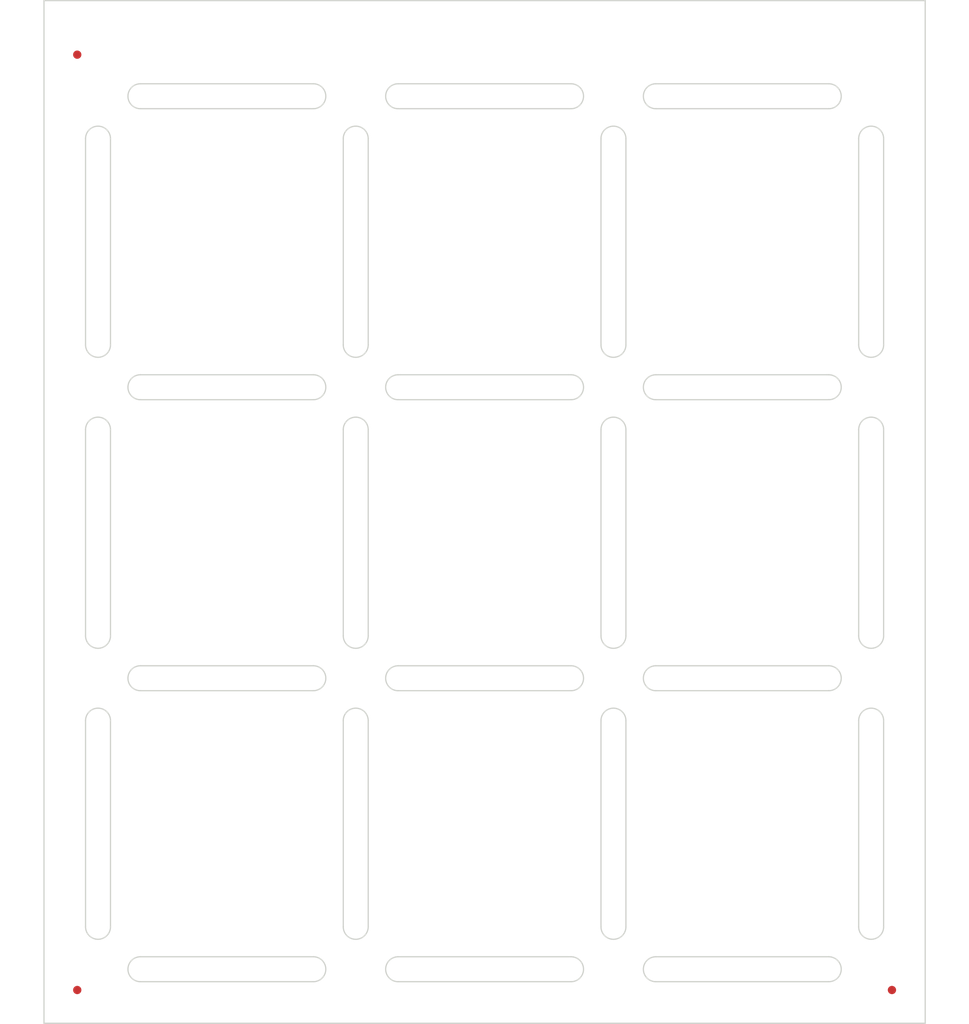
<source format=kicad_pcb>
(kicad_pcb (version 20211014) (generator pcbnew)
  (layers (0 "F.Cu" signal) (31 "B.Cu" signal) (34 "B.Paste" user) (35 "F.Paste" user) (36 "B.SilkS" user "B.Silkscreen") (37 "F.SilkS" user "F.Silkscreen") (38 "B.Mask" user) (39 "F.Mask" user) (44 "Edge.Cuts" user))
  (net 0 "")
  (footprint "Panelization:0.5mm-NPTH-Drill" (layer "F.Cu") (at 202.25 42.8)
    (fp_text reference "" (at 0 0) (layer "F.SilkS") (effects (font (size 1.27 1.27))))
    (fp_text value "" (at 0 0) (layer "F.SilkS") (effects (font (size 1.27 1.27))))
    (pad "" np_thru_hole circle locked (at 0 0) (size 0.5 0.5) (drill 0.5) (layers *.Cu *.Mask))
  )
  (footprint "Panelization:0.5mm-NPTH-Drill" (layer "F.Cu") (at 205.25 145.2)
    (fp_text reference "" (at 0 0) (layer "F.SilkS") (effects (font (size 1.27 1.27))))
    (fp_text value "" (at 0 0) (layer "F.SilkS") (effects (font (size 1.27 1.27))))
    (pad "" np_thru_hole circle locked (at 0 0) (size 0.5 0.5) (drill 0.5) (layers *.Cu *.Mask))
  )
  (footprint "Panelization:mouse-bite-3mm-slot-corner" (layer "F.Cu") (at 106.5 41.5 -90)
    (fp_text reference "" (at 0 0 -90) (layer "F.SilkS") (effects (font (size 1.27 1.27))))
    (fp_text value "" (at 0 0 -90) (layer "F.SilkS") (effects (font (size 1.27 1.27))))
    (pad "" np_thru_hole circle locked (at 1.3 -0.55) (size 0.5 0.5) (drill 0.5) (layers *.Cu *.Mask))
    (pad "" np_thru_hole circle locked (at 1.3 -2.65) (size 0.5 0.5) (drill 0.5) (layers *.Cu *.Mask))
    (pad "" np_thru_hole circle locked (at 3.4 -1.3) (size 0.5 0.5) (drill 0.5) (layers *.Cu *.Mask))
    (pad "" np_thru_hole circle locked (at -0.2 -1.3) (size 0.5 0.5) (drill 0.5) (layers *.Cu *.Mask))
    (pad "" np_thru_hole circle locked (at 1.9 -1.3) (size 0.5 0.5) (drill 0.5) (layers *.Cu *.Mask))
    (pad "" np_thru_hole circle locked (at 1.3 -3.4) (size 0.5 0.5) (drill 0.5) (layers *.Cu *.Mask))
    (pad "" np_thru_hole circle locked (at 1.3 0.2) (size 0.5 0.5) (drill 0.5) (layers *.Cu *.Mask))
    (pad "" np_thru_hole circle locked (at 1.3 -1.9) (size 0.5 0.5) (drill 0.5) (layers *.Cu *.Mask))
    (pad "" np_thru_hole circle locked (at 0.55 -1.3) (size 0.5 0.5) (drill 0.5) (layers *.Cu *.Mask))
    (pad "" np_thru_hole circle locked (at 2.65 -1.3) (size 0.5 0.5) (drill 0.5) (layers *.Cu *.Mask))
    (pad "" np_thru_hole circle locked (at -0.95 -1.3) (size 0.5 0.5) (drill 0.5) (layers *.Cu *.Mask))
    (pad "" np_thru_hole circle locked (at 1.3 0.95) (size 0.5 0.5) (drill 0.5) (layers *.Cu *.Mask))
  )
  (footprint "Panelization:0.5mm-NPTH-Drill" (layer "F.Cu") (at 201.5 42.8)
    (fp_text reference "" (at 0 0) (layer "F.SilkS") (effects (font (size 1.27 1.27))))
    (fp_text value "" (at 0 0) (layer "F.SilkS") (effects (font (size 1.27 1.27))))
    (pad "" np_thru_hole circle locked (at 0 0) (size 0.5 0.5) (drill 0.5) (layers *.Cu *.Mask))
  )
  (footprint "Panelization:0.5mm-NPTH-Drill" (layer "F.Cu") (at 104.5 145.2)
    (fp_text reference "" (at 0 0) (layer "F.SilkS") (effects (font (size 1.27 1.27))))
    (fp_text value "" (at 0 0) (layer "F.SilkS") (effects (font (size 1.27 1.27))))
    (pad "" np_thru_hole circle locked (at 0 0) (size 0.5 0.5) (drill 0.5) (layers *.Cu *.Mask))
  )
  (footprint "Panelization:0.5mm-NPTH-Drill" (layer "F.Cu") (at 100.75 145.2)
    (fp_text reference "" (at 0 0) (layer "F.SilkS") (effects (font (size 1.27 1.27))))
    (fp_text value "" (at 0 0) (layer "F.SilkS") (effects (font (size 1.27 1.27))))
    (pad "" np_thru_hole circle locked (at 0 0) (size 0.5 0.5) (drill 0.5) (layers *.Cu *.Mask))
  )
  (footprint "Panelization:0.5mm-NPTH-Drill" (layer "F.Cu") (at 205.25 42.8)
    (fp_text reference "" (at 0 0) (layer "F.SilkS") (effects (font (size 1.27 1.27))))
    (fp_text value "" (at 0 0) (layer "F.SilkS") (effects (font (size 1.27 1.27))))
    (pad "" np_thru_hole circle locked (at 0 0) (size 0.5 0.5) (drill 0.5) (layers *.Cu *.Mask))
  )
  (footprint "Panelization:mouse-bite-3mm-slot-3way" (layer "F.Cu") (at 168.5 41.5 -90)
    (fp_text reference "" (at 0 0 -90) (layer "F.SilkS") (effects (font (size 1.27 1.27))))
    (fp_text value "" (at 0 0 -90) (layer "F.SilkS") (effects (font (size 1.27 1.27))))
    (pad "" np_thru_hole circle locked (at 1.3 -1.9) (size 0.5 0.5) (drill 0.5) (layers *.Cu *.Mask))
    (pad "" np_thru_hole circle locked (at 1.3 -3.4) (size 0.5 0.5) (drill 0.5) (layers *.Cu *.Mask))
    (pad "" np_thru_hole circle locked (at 3.4 1.3) (size 0.5 0.5) (drill 0.5) (layers *.Cu *.Mask))
    (pad "" np_thru_hole circle locked (at 2.65 -1.3) (size 0.5 0.5) (drill 0.5) (layers *.Cu *.Mask))
    (pad "" np_thru_hole circle locked (at 1.3 2.65) (size 0.5 0.5) (drill 0.5) (layers *.Cu *.Mask))
    (pad "" np_thru_hole circle locked (at 1.3 1.9) (size 0.5 0.5) (drill 0.5) (layers *.Cu *.Mask))
    (pad "" np_thru_hole circle locked (at 3.4 -1.3) (size 0.5 0.5) (drill 0.5) (layers *.Cu *.Mask))
    (pad "" np_thru_hole circle locked (at 2.65 1.3) (size 0.5 0.5) (drill 0.5) (layers *.Cu *.Mask))
    (pad "" np_thru_hole circle locked (at 1.9 -1.3) (size 0.5 0.5) (drill 0.5) (layers *.Cu *.Mask))
    (pad "" np_thru_hole circle locked (at 1.3 3.4) (size 0.5 0.5) (drill 0.5) (layers *.Cu *.Mask))
    (pad "" np_thru_hole circle locked (at 1.9 1.3) (size 0.5 0.5) (drill 0.5) (layers *.Cu *.Mask))
    (pad "" np_thru_hole circle locked (at 1.3 0) (size 0.5 0.5) (drill 0.5) (layers *.Cu *.Mask))
    (pad "" np_thru_hole circle locked (at 1.3 -2.65) (size 0.5 0.5) (drill 0.5) (layers *.Cu *.Mask))
  )
  (footprint "Fiducial:Fiducial_1mm_Mask2mm" (layer "F.Cu") (at 104 36.5)
    (fp_text reference "" (at 0 0) (layer "F.SilkS") (effects (font (size 1.27 1.27))))
    (fp_text value "Fiducial_1mm_Mask2mm")
    (pad "" smd circle locked (at 0 0) (size 1 1) (layers "F.Cu" "F.Mask") (clearance 0.5))
  )
  (footprint "Panelization:0.5mm-NPTH-Drill" (layer "F.Cu") (at 204.5 42.8)
    (fp_text reference "" (at 0 0) (layer "F.SilkS") (effects (font (size 1.27 1.27))))
    (fp_text value "" (at 0 0) (layer "F.SilkS") (effects (font (size 1.27 1.27))))
    (pad "" np_thru_hole circle locked (at 0 0) (size 0.5 0.5) (drill 0.5) (layers *.Cu *.Mask))
  )
  (footprint "Panelization:0.5mm-NPTH-Drill" (layer "F.Cu") (at 102.25 42.8)
    (fp_text reference "" (at 0 0) (layer "F.SilkS") (effects (font (size 1.27 1.27))))
    (fp_text value "" (at 0 0) (layer "F.SilkS") (effects (font (size 1.27 1.27))))
    (pad "" np_thru_hole circle locked (at 0 0) (size 0.5 0.5) (drill 0.5) (layers *.Cu *.Mask))
  )
  (footprint "Panelization:mouse-bite-3mm-slot-corner" (layer "F.Cu") (at 199.5 146.5 90)
    (fp_text reference "" (at 0 0 90) (layer "F.SilkS") (effects (font (size 1.27 1.27))))
    (fp_text value "" (at 0 0 90) (layer "F.SilkS") (effects (font (size 1.27 1.27))))
    (pad "" np_thru_hole circle locked (at -0.95 -1.3) (size 0.5 0.5) (drill 0.5) (layers *.Cu *.Mask))
    (pad "" np_thru_hole circle locked (at 1.3 0.95) (size 0.5 0.5) (drill 0.5) (layers *.Cu *.Mask))
    (pad "" np_thru_hole circle locked (at 1.3 -2.65) (size 0.5 0.5) (drill 0.5) (layers *.Cu *.Mask))
    (pad "" np_thru_hole circle locked (at 1.3 0.2) (size 0.5 0.5) (drill 0.5) (layers *.Cu *.Mask))
    (pad "" np_thru_hole circle locked (at 1.3 -3.4) (size 0.5 0.5) (drill 0.5) (layers *.Cu *.Mask))
    (pad "" np_thru_hole circle locked (at -0.2 -1.3) (size 0.5 0.5) (drill 0.5) (layers *.Cu *.Mask))
    (pad "" np_thru_hole circle locked (at 1.3 -1.9) (size 0.5 0.5) (drill 0.5) (layers *.Cu *.Mask))
    (pad "" np_thru_hole circle locked (at 0.55 -1.3) (size 0.5 0.5) (drill 0.5) (layers *.Cu *.Mask))
    (pad "" np_thru_hole circle locked (at 1.3 -0.55) (size 0.5 0.5) (drill 0.5) (layers *.Cu *.Mask))
    (pad "" np_thru_hole circle locked (at 3.4 -1.3) (size 0.5 0.5) (drill 0.5) (layers *.Cu *.Mask))
    (pad "" np_thru_hole circle locked (at 1.9 -1.3) (size 0.5 0.5) (drill 0.5) (layers *.Cu *.Mask))
    (pad "" np_thru_hole circle locked (at 2.65 -1.3) (size 0.5 0.5) (drill 0.5) (layers *.Cu *.Mask))
  )
  (footprint "Panelization:0.5mm-NPTH-Drill" (layer "F.Cu") (at 203.75 145.2)
    (fp_text reference "" (at 0 0) (layer "F.SilkS") (effects (font (size 1.27 1.27))))
    (fp_text value "" (at 0 0) (layer "F.SilkS") (effects (font (size 1.27 1.27))))
    (pad "" np_thru_hole circle locked (at 0 0) (size 0.5 0.5) (drill 0.5) (layers *.Cu *.Mask))
  )
  (footprint "Panelization:mouse-bite-3mm-slot-4way" (layer "F.Cu") (at 137.5 76.5)
    (fp_text reference "" (at 0 0) (layer "F.SilkS") (effects (font (size 1.27 1.27))))
    (fp_text value "" (at 0 0) (layer "F.SilkS") (effects (font (size 1.27 1.27))))
    (pad "" np_thru_hole circle locked (at 1.3 0) (size 0.5 0.5) (drill 0.5) (layers *.Cu *.Mask))
    (pad "" np_thru_hole circle locked (at 1.9 -1.3) (size 0.5 0.5) (drill 0.5) (layers *.Cu *.Mask))
    (pad "" np_thru_hole circle locked (at -1.3 1.9) (size 0.5 0.5) (drill 0.5) (layers *.Cu *.Mask))
    (pad "" np_thru_hole circle locked (at 1.3 -1.9) (size 0.5 0.5) (drill 0.5) (layers *.Cu *.Mask))
    (pad "" np_thru_hole circle locked (at -1.9 1.3) (size 0.5 0.5) (drill 0.5) (layers *.Cu *.Mask))
    (pad "" np_thru_hole circle locked (at -1.3 -1.9) (size 0.5 0.5) (drill 0.5) (layers *.Cu *.Mask))
    (pad "" np_thru_hole circle locked (at 1.3 -2.65) (size 0.5 0.5) (drill 0.5) (layers *.Cu *.Mask))
    (pad "" np_thru_hole circle locked (at 1.3 -3.4) (size 0.5 0.5) (drill 0.5) (layers *.Cu *.Mask))
    (pad "" np_thru_hole circle locked (at 3.4 -1.3) (size 0.5 0.5) (drill 0.5) (layers *.Cu *.Mask))
    (pad "" np_thru_hole circle locked (at -2.65 1.3) (size 0.5 0.5) (drill 0.5) (layers *.Cu *.Mask))
    (pad "" np_thru_hole circle locked (at 3.4 1.3) (size 0.5 0.5) (drill 0.5) (layers *.Cu *.Mask))
    (pad "" np_thru_hole circle locked (at 1.3 2.65) (size 0.5 0.5) (drill 0.5) (layers *.Cu *.Mask))
    (pad "" np_thru_hole circle locked (at -1.3 -2.65) (size 0.5 0.5) (drill 0.5) (layers *.Cu *.Mask))
    (pad "" np_thru_hole circle locked (at -1.3 3.4) (size 0.5 0.5) (drill 0.5) (layers *.Cu *.Mask))
    (pad "" np_thru_hole circle locked (at -3.4 -1.3) (size 0.5 0.5) (drill 0.5) (layers *.Cu *.Mask))
    (pad "" np_thru_hole circle locked (at -1.3 0) (size 0.5 0.5) (drill 0.5) (layers *.Cu *.Mask))
    (pad "" np_thru_hole circle locked (at 1.3 3.4) (size 0.5 0.5) (drill 0.5) (layers *.Cu *.Mask))
    (pad "" np_thru_hole circle locked (at -2.65 -1.3) (size 0.5 0.5) (drill 0.5) (layers *.Cu *.Mask))
    (pad "" np_thru_hole circle locked (at 2.65 1.3) (size 0.5 0.5) (drill 0.5) (layers *.Cu *.Mask))
    (pad "" np_thru_hole circle locked (at 1.3 1.9) (size 0.5 0.5) (drill 0.5) (layers *.Cu *.Mask))
    (pad "" np_thru_hole circle locked (at -3.4 1.3) (size 0.5 0.5) (drill 0.5) (layers *.Cu *.Mask))
    (pad "" np_thru_hole circle locked (at -1.3 -3.4) (size 0.5 0.5) (drill 0.5) (layers *.Cu *.Mask))
    (pad "" np_thru_hole circle locked (at -1.9 -1.3) (size 0.5 0.5) (drill 0.5) (layers *.Cu *.Mask))
    (pad "" np_thru_hole circle locked (at 1.9 1.3) (size 0.5 0.5) (drill 0.5) (layers *.Cu *.Mask))
    (pad "" np_thru_hole circle locked (at 2.65 -1.3) (size 0.5 0.5) (drill 0.5) (layers *.Cu *.Mask))
    (pad "" np_thru_hole circle locked (at -1.3 2.65) (size 0.5 0.5) (drill 0.5) (layers *.Cu *.Mask))
  )
  (footprint "Panelization:0.5mm-NPTH-Drill" (layer "F.Cu") (at 203 42.8)
    (fp_text reference "" (at 0 0) (layer "F.SilkS") (effects (font (size 1.27 1.27))))
    (fp_text value "" (at 0 0) (layer "F.SilkS") (effects (font (size 1.27 1.27))))
    (pad "" np_thru_hole circle locked (at 0 0) (size 0.5 0.5) (drill 0.5) (layers *.Cu *.Mask))
  )
  (footprint "Panelization:mouse-bite-3mm-slot-3way" (layer "F.Cu") (at 106.5 76.5)
    (fp_text reference "" (at 0 0) (layer "F.SilkS") (effects (font (size 1.27 1.27))))
    (fp_text value "" (at 0 0) (layer "F.SilkS") (effects (font (size 1.27 1.27))))
    (pad "" np_thru_hole circle locked (at 1.3 1.9) (size 0.5 0.5) (drill 0.5) (layers *.Cu *.Mask))
    (pad "" np_thru_hole circle locked (at 1.9 1.3) (size 0.5 0.5) (drill 0.5) (layers *.Cu *.Mask))
    (pad "" np_thru_hole circle locked (at 1.3 -1.9) (size 0.5 0.5) (drill 0.5) (layers *.Cu *.Mask))
    (pad "" np_thru_hole circle locked (at 2.65 1.3) (size 0.5 0.5) (drill 0.5) (layers *.Cu *.Mask))
    (pad "" np_thru_hole circle locked (at 3.4 -1.3) (size 0.5 0.5) (drill 0.5) (layers *.Cu *.Mask))
    (pad "" np_thru_hole circle locked (at 1.3 0) (size 0.5 0.5) (drill 0.5) (layers *.Cu *.Mask))
    (pad "" np_thru_hole circle locked (at 1.9 -1.3) (size 0.5 0.5) (drill 0.5) (layers *.Cu *.Mask))
    (pad "" np_thru_hole circle locked (at 1.3 -2.65) (size 0.5 0.5) (drill 0.5) (layers *.Cu *.Mask))
    (pad "" np_thru_hole circle locked (at 1.3 3.4) (size 0.5 0.5) (drill 0.5) (layers *.Cu *.Mask))
    (pad "" np_thru_hole circle locked (at 1.3 2.65) (size 0.5 0.5) (drill 0.5) (layers *.Cu *.Mask))
    (pad "" np_thru_hole circle locked (at 1.3 -3.4) (size 0.5 0.5) (drill 0.5) (layers *.Cu *.Mask))
    (pad "" np_thru_hole circle locked (at 3.4 1.3) (size 0.5 0.5) (drill 0.5) (layers *.Cu *.Mask))
    (pad "" np_thru_hole circle locked (at 2.65 -1.3) (size 0.5 0.5) (drill 0.5) (layers *.Cu *.Mask))
  )
  (footprint "Panelization:0.5mm-NPTH-Drill" (layer "F.Cu") (at 103 145.2)
    (fp_text reference "" (at 0 0) (layer "F.SilkS") (effects (font (size 1.27 1.27))))
    (fp_text value "" (at 0 0) (layer "F.SilkS") (effects (font (size 1.27 1.27))))
    (pad "" np_thru_hole circle locked (at 0 0) (size 0.5 0.5) (drill 0.5) (layers *.Cu *.Mask))
  )
  (footprint "Panelization:0.5mm-NPTH-Drill" (layer "F.Cu") (at 201.5 145.2)
    (fp_text reference "" (at 0 0) (layer "F.SilkS") (effects (font (size 1.27 1.27))))
    (fp_text value "" (at 0 0) (layer "F.SilkS") (effects (font (size 1.27 1.27))))
    (pad "" np_thru_hole circle locked (at 0 0) (size 0.5 0.5) (drill 0.5) (layers *.Cu *.Mask))
  )
  (footprint "Fiducial:Fiducial_1mm_Mask2mm" (layer "F.Cu") (at 202 149)
    (fp_text reference "" (at 0 0) (layer "F.SilkS") (effects (font (size 1.27 1.27))))
    (fp_text value "Fiducial_1mm_Mask2mm")
    (pad "" smd circle locked (at 0 0) (size 1 1) (layers "F.Cu" "F.Mask") (clearance 0.5))
  )
  (footprint "Panelization:mouse-bite-3mm-slot-4way" (layer "F.Cu") (at 137.5 111.5)
    (fp_text reference "" (at 0 0) (layer "F.SilkS") (effects (font (size 1.27 1.27))))
    (fp_text value "" (at 0 0) (layer "F.SilkS") (effects (font (size 1.27 1.27))))
    (pad "" np_thru_hole circle locked (at 1.3 -2.65) (size 0.5 0.5) (drill 0.5) (layers *.Cu *.Mask))
    (pad "" np_thru_hole circle locked (at -2.65 1.3) (size 0.5 0.5) (drill 0.5) (layers *.Cu *.Mask))
    (pad "" np_thru_hole circle locked (at 2.65 -1.3) (size 0.5 0.5) (drill 0.5) (layers *.Cu *.Mask))
    (pad "" np_thru_hole circle locked (at -2.65 -1.3) (size 0.5 0.5) (drill 0.5) (layers *.Cu *.Mask))
    (pad "" np_thru_hole circle locked (at -1.3 -1.9) (size 0.5 0.5) (drill 0.5) (layers *.Cu *.Mask))
    (pad "" np_thru_hole circle locked (at -1.3 3.4) (size 0.5 0.5) (drill 0.5) (layers *.Cu *.Mask))
    (pad "" np_thru_hole circle locked (at -1.3 0) (size 0.5 0.5) (drill 0.5) (layers *.Cu *.Mask))
    (pad "" np_thru_hole circle locked (at -3.4 1.3) (size 0.5 0.5) (drill 0.5) (layers *.Cu *.Mask))
    (pad "" np_thru_hole circle locked (at 1.9 1.3) (size 0.5 0.5) (drill 0.5) (layers *.Cu *.Mask))
    (pad "" np_thru_hole circle locked (at 1.3 0) (size 0.5 0.5) (drill 0.5) (layers *.Cu *.Mask))
    (pad "" np_thru_hole circle locked (at 2.65 1.3) (size 0.5 0.5) (drill 0.5) (layers *.Cu *.Mask))
    (pad "" np_thru_hole circle locked (at 1.3 -3.4) (size 0.5 0.5) (drill 0.5) (layers *.Cu *.Mask))
    (pad "" np_thru_hole circle locked (at 3.4 1.3) (size 0.5 0.5) (drill 0.5) (layers *.Cu *.Mask))
    (pad "" np_thru_hole circle locked (at -1.3 1.9) (size 0.5 0.5) (drill 0.5) (layers *.Cu *.Mask))
    (pad "" np_thru_hole circle locked (at -1.9 -1.3) (size 0.5 0.5) (drill 0.5) (layers *.Cu *.Mask))
    (pad "" np_thru_hole circle locked (at -1.3 -2.65) (size 0.5 0.5) (drill 0.5) (layers *.Cu *.Mask))
    (pad "" np_thru_hole circle locked (at -1.9 1.3) (size 0.5 0.5) (drill 0.5) (layers *.Cu *.Mask))
    (pad "" np_thru_hole circle locked (at -3.4 -1.3) (size 0.5 0.5) (drill 0.5) (layers *.Cu *.Mask))
    (pad "" np_thru_hole circle locked (at 3.4 -1.3) (size 0.5 0.5) (drill 0.5) (layers *.Cu *.Mask))
    (pad "" np_thru_hole circle locked (at 1.3 3.4) (size 0.5 0.5) (drill 0.5) (layers *.Cu *.Mask))
    (pad "" np_thru_hole circle locked (at 1.3 1.9) (size 0.5 0.5) (drill 0.5) (layers *.Cu *.Mask))
    (pad "" np_thru_hole circle locked (at -1.3 -3.4) (size 0.5 0.5) (drill 0.5) (layers *.Cu *.Mask))
    (pad "" np_thru_hole circle locked (at 1.9 -1.3) (size 0.5 0.5) (drill 0.5) (layers *.Cu *.Mask))
    (pad "" np_thru_hole circle locked (at 1.3 -1.9) (size 0.5 0.5) (drill 0.5) (layers *.Cu *.Mask))
    (pad "" np_thru_hole circle locked (at 1.3 2.65) (size 0.5 0.5) (drill 0.5) (layers *.Cu *.Mask))
    (pad "" np_thru_hole circle locked (at -1.3 2.65) (size 0.5 0.5) (drill 0.5) (layers *.Cu *.Mask))
  )
  (footprint "Panelization:0.5mm-NPTH-Drill" (layer "F.Cu") (at 101.5 42.8)
    (fp_text reference "" (at 0 0) (layer "F.SilkS") (effects (font (size 1.27 1.27))))
    (fp_text value "" (at 0 0) (layer "F.SilkS") (effects (font (size 1.27 1.27))))
    (pad "" np_thru_hole circle locked (at 0 0) (size 0.5 0.5) (drill 0.5) (layers *.Cu *.Mask))
  )
  (footprint "Panelization:mouse-bite-3mm-slot-3way" (layer "F.Cu") (at 168.5 146.5 90)
    (fp_text reference "" (at 0 0 90) (layer "F.SilkS") (effects (font (size 1.27 1.27))))
    (fp_text value "" (at 0 0 90) (layer "F.SilkS") (effects (font (size 1.27 1.27))))
    (pad "" np_thru_hole circle locked (at 1.3 -1.9) (size 0.5 0.5) (drill 0.5) (layers *.Cu *.Mask))
    (pad "" np_thru_hole circle locked (at 1.9 -1.3) (size 0.5 0.5) (drill 0.5) (layers *.Cu *.Mask))
    (pad "" np_thru_hole circle locked (at 3.4 -1.3) (size 0.5 0.5) (drill 0.5) (layers *.Cu *.Mask))
    (pad "" np_thru_hole circle locked (at 1.3 -3.4) (size 0.5 0.5) (drill 0.5) (layers *.Cu *.Mask))
    (pad "" np_thru_hole circle locked (at 2.65 1.3) (size 0.5 0.5) (drill 0.5) (layers *.Cu *.Mask))
    (pad "" np_thru_hole circle locked (at 1.3 2.65) (size 0.5 0.5) (drill 0.5) (layers *.Cu *.Mask))
    (pad "" np_thru_hole circle locked (at 1.3 3.4) (size 0.5 0.5) (drill 0.5) (layers *.Cu *.Mask))
    (pad "" np_thru_hole circle locked (at 2.65 -1.3) (size 0.5 0.5) (drill 0.5) (layers *.Cu *.Mask))
    (pad "" np_thru_hole circle locked (at 1.3 1.9) (size 0.5 0.5) (drill 0.5) (layers *.Cu *.Mask))
    (pad "" np_thru_hole circle locked (at 3.4 1.3) (size 0.5 0.5) (drill 0.5) (layers *.Cu *.Mask))
    (pad "" np_thru_hole circle locked (at 1.3 0) (size 0.5 0.5) (drill 0.5) (layers *.Cu *.Mask))
    (pad "" np_thru_hole circle locked (at 1.3 -2.65) (size 0.5 0.5) (drill 0.5) (layers *.Cu *.Mask))
    (pad "" np_thru_hole circle locked (at 1.9 1.3) (size 0.5 0.5) (drill 0.5) (layers *.Cu *.Mask))
  )
  (footprint "Panelization:0.5mm-NPTH-Drill" (layer "F.Cu") (at 204.5 145.2)
    (fp_text reference "" (at 0 0) (layer "F.SilkS") (effects (font (size 1.27 1.27))))
    (fp_text value "" (at 0 0) (layer "F.SilkS") (effects (font (size 1.27 1.27))))
    (pad "" np_thru_hole circle locked (at 0 0) (size 0.5 0.5) (drill 0.5) (layers *.Cu *.Mask))
  )
  (footprint "Panelization:0.5mm-NPTH-Drill" (layer "F.Cu") (at 102.25 145.2)
    (fp_text reference "" (at 0 0) (layer "F.SilkS") (effects (font (size 1.27 1.27))))
    (fp_text value "" (at 0 0) (layer "F.SilkS") (effects (font (size 1.27 1.27))))
    (pad "" np_thru_hole circle locked (at 0 0) (size 0.5 0.5) (drill 0.5) (layers *.Cu *.Mask))
  )
  (footprint "Panelization:mouse-bite-3mm-slot-3way" (layer "F.Cu") (at 137.5 41.5 -90)
    (fp_text reference "" (at 0 0 -90) (layer "F.SilkS") (effects (font (size 1.27 1.27))))
    (fp_text value "" (at 0 0 -90) (layer "F.SilkS") (effects (font (size 1.27 1.27))))
    (pad "" np_thru_hole circle locked (at 1.9 -1.3) (size 0.5 0.5) (drill 0.5) (layers *.Cu *.Mask))
    (pad "" np_thru_hole circle locked (at 1.3 0) (size 0.5 0.5) (drill 0.5) (layers *.Cu *.Mask))
    (pad "" np_thru_hole circle locked (at 1.3 -3.4) (size 0.5 0.5) (drill 0.5) (layers *.Cu *.Mask))
    (pad "" np_thru_hole circle locked (at 1.3 2.65) (size 0.5 0.5) (drill 0.5) (layers *.Cu *.Mask))
    (pad "" np_thru_hole circle locked (at 1.9 1.3) (size 0.5 0.5) (drill 0.5) (layers *.Cu *.Mask))
    (pad "" np_thru_hole circle locked (at 1.3 1.9) (size 0.5 0.5) (drill 0.5) (layers *.Cu *.Mask))
    (pad "" np_thru_hole circle locked (at 2.65 1.3) (size 0.5 0.5) (drill 0.5) (layers *.Cu *.Mask))
    (pad "" np_thru_hole circle locked (at 1.3 -1.9) (size 0.5 0.5) (drill 0.5) (layers *.Cu *.Mask))
    (pad "" np_thru_hole circle locked (at 2.65 -1.3) (size 0.5 0.5) (drill 0.5) (layers *.Cu *.Mask))
    (pad "" np_thru_hole circle locked (at 3.4 1.3) (size 0.5 0.5) (drill 0.5) (layers *.Cu *.Mask))
    (pad "" np_thru_hole circle locked (at 1.3 -2.65) (size 0.5 0.5) (drill 0.5) (layers *.Cu *.Mask))
    (pad "" np_thru_hole circle locked (at 3.4 -1.3) (size 0.5 0.5) (drill 0.5) (layers *.Cu *.Mask))
    (pad "" np_thru_hole circle locked (at 1.3 3.4) (size 0.5 0.5) (drill 0.5) (layers *.Cu *.Mask))
  )
  (footprint "Panelization:0.5mm-NPTH-Drill" (layer "F.Cu") (at 203.75 42.8)
    (fp_text reference "" (at 0 0) (layer "F.SilkS") (effects (font (size 1.27 1.27))))
    (fp_text value "" (at 0 0) (layer "F.SilkS") (effects (font (size 1.27 1.27))))
    (pad "" np_thru_hole circle locked (at 0 0) (size 0.5 0.5) (drill 0.5) (layers *.Cu *.Mask))
  )
  (footprint "Panelization:mouse-bite-3mm-slot-3way" (layer "F.Cu") (at 137.5 146.5 90)
    (fp_text reference "" (at 0 0 90) (layer "F.SilkS") (effects (font (size 1.27 1.27))))
    (fp_text value "" (at 0 0 90) (layer "F.SilkS") (effects (font (size 1.27 1.27))))
    (pad "" np_thru_hole circle locked (at 1.3 -1.9) (size 0.5 0.5) (drill 0.5) (layers *.Cu *.Mask))
    (pad "" np_thru_hole circle locked (at 1.3 3.4) (size 0.5 0.5) (drill 0.5) (layers *.Cu *.Mask))
    (pad "" np_thru_hole circle locked (at 1.3 -2.65) (size 0.5 0.5) (drill 0.5) (layers *.Cu *.Mask))
    (pad "" np_thru_hole circle locked (at 1.9 1.3) (size 0.5 0.5) (drill 0.5) (layers *.Cu *.Mask))
    (pad "" np_thru_hole circle locked (at 2.65 1.3) (size 0.5 0.5) (drill 0.5) (layers *.Cu *.Mask))
    (pad "" np_thru_hole circle locked (at 1.3 0) (size 0.5 0.5) (drill 0.5) (layers *.Cu *.Mask))
    (pad "" np_thru_hole circle locked (at 1.3 1.9) (size 0.5 0.5) (drill 0.5) (layers *.Cu *.Mask))
    (pad "" np_thru_hole circle locked (at 3.4 -1.3) (size 0.5 0.5) (drill 0.5) (layers *.Cu *.Mask))
    (pad "" np_thru_hole circle locked (at 1.3 -3.4) (size 0.5 0.5) (drill 0.5) (layers *.Cu *.Mask))
    (pad "" np_thru_hole circle locked (at 3.4 1.3) (size 0.5 0.5) (drill 0.5) (layers *.Cu *.Mask))
    (pad "" np_thru_hole circle locked (at 1.9 -1.3) (size 0.5 0.5) (drill 0.5) (layers *.Cu *.Mask))
    (pad "" np_thru_hole circle locked (at 2.65 -1.3) (size 0.5 0.5) (drill 0.5) (layers *.Cu *.Mask))
    (pad "" np_thru_hole circle locked (at 1.3 2.65) (size 0.5 0.5) (drill 0.5) (layers *.Cu *.Mask))
  )
  (footprint "Panelization:4MM_Stencil_Hole" (layer "F.Cu") (at 196 35)
    (fp_text reference "" (at 0 0) (layer "F.SilkS") (effects (font (size 1.27 1.27))))
    (fp_text value "4MM_Stencil_Hole")
    (pad "" np_thru_hole circle locked (at 0 0) (size 4 4) (drill 4) (layers *.Cu *.Paste *.Mask))
  )
  (footprint "Panelization:mouse-bite-3mm-slot-3way" (layer "F.Cu") (at 199.5 76.5 180)
    (fp_text reference "" (at 0 0 180) (layer "F.SilkS") (effects (font (size 1.27 1.27))))
    (fp_text value "" (at 0 0 180) (layer "F.SilkS") (effects (font (size 1.27 1.27))))
    (pad "" np_thru_hole circle locked (at 1.3 3.4) (size 0.5 0.5) (drill 0.5) (layers *.Cu *.Mask))
    (pad "" np_thru_hole circle locked (at 2.65 1.3) (size 0.5 0.5) (drill 0.5) (layers *.Cu *.Mask))
    (pad "" np_thru_hole circle locked (at 3.4 1.3) (size 0.5 0.5) (drill 0.5) (layers *.Cu *.Mask))
    (pad "" np_thru_hole circle locked (at 1.3 -3.4) (size 0.5 0.5) (drill 0.5) (layers *.Cu *.Mask))
    (pad "" np_thru_hole circle locked (at 1.3 -2.65) (size 0.5 0.5) (drill 0.5) (layers *.Cu *.Mask))
    (pad "" np_thru_hole circle locked (at 1.3 2.65) (size 0.5 0.5) (drill 0.5) (layers *.Cu *.Mask))
    (pad "" np_thru_hole circle locked (at 2.65 -1.3) (size 0.5 0.5) (drill 0.5) (layers *.Cu *.Mask))
    (pad "" np_thru_hole circle locked (at 1.9 -1.3) (size 0.5 0.5) (drill 0.5) (layers *.Cu *.Mask))
    (pad "" np_thru_hole circle locked (at 1.3 0) (size 0.5 0.5) (drill 0.5) (layers *.Cu *.Mask))
    (pad "" np_thru_hole circle locked (at 1.9 1.3) (size 0.5 0.5) (drill 0.5) (layers *.Cu *.Mask))
    (pad "" np_thru_hole circle locked (at 1.3 -1.9) (size 0.5 0.5) (drill 0.5) (layers *.Cu *.Mask))
    (pad "" np_thru_hole circle locked (at 1.3 1.9) (size 0.5 0.5) (drill 0.5) (layers *.Cu *.Mask))
    (pad "" np_thru_hole circle locked (at 3.4 -1.3) (size 0.5 0.5) (drill 0.5) (layers *.Cu *.Mask))
  )
  (footprint "Panelization:0.5mm-NPTH-Drill" (layer "F.Cu") (at 101.5 145.2)
    (fp_text reference "" (at 0 0) (layer "F.SilkS") (effects (font (size 1.27 1.27))))
    (fp_text value "" (at 0 0) (layer "F.SilkS") (effects (font (size 1.27 1.27))))
    (pad "" np_thru_hole circle locked (at 0 0) (size 0.5 0.5) (drill 0.5) (layers *.Cu *.Mask))
  )
  (footprint "Panelization:0.5mm-NPTH-Drill" (layer "F.Cu") (at 100.75 42.8)
    (fp_text reference "" (at 0 0) (layer "F.SilkS") (effects (font (size 1.27 1.27))))
    (fp_text value "" (at 0 0) (layer "F.SilkS") (effects (font (size 1.27 1.27))))
    (pad "" np_thru_hole circle locked (at 0 0) (size 0.5 0.5) (drill 0.5) (layers *.Cu *.Mask))
  )
  (footprint "Panelization:mouse-bite-3mm-slot-4way" (layer "F.Cu") (at 168.5 76.5)
    (fp_text reference "" (at 0 0) (layer "F.SilkS") (effects (font (size 1.27 1.27))))
    (fp_text value "" (at 0 0) (layer "F.SilkS") (effects (font (size 1.27 1.27))))
    (pad "" np_thru_hole circle locked (at 3.4 1.3) (size 0.5 0.5) (drill 0.5) (layers *.Cu *.Mask))
    (pad "" np_thru_hole circle locked (at 1.3 2.65) (size 0.5 0.5) (drill 0.5) (layers *.Cu *.Mask))
    (pad "" np_thru_hole circle locked (at 1.3 -2.65) (size 0.5 0.5) (drill 0.5) (layers *.Cu *.Mask))
    (pad "" np_thru_hole circle locked (at -3.4 -1.3) (size 0.5 0.5) (drill 0.5) (layers *.Cu *.Mask))
    (pad "" np_thru_hole circle locked (at -1.3 -2.65) (size 0.5 0.5) (drill 0.5) (layers *.Cu *.Mask))
    (pad "" np_thru_hole circle locked (at 2.65 1.3) (size 0.5 0.5) (drill 0.5) (layers *.Cu *.Mask))
    (pad "" np_thru_hole circle locked (at -1.3 -3.4) (size 0.5 0.5) (drill 0.5) (layers *.Cu *.Mask))
    (pad "" np_thru_hole circle locked (at 1.9 -1.3) (size 0.5 0.5) (drill 0.5) (layers *.Cu *.Mask))
    (pad "" np_thru_hole circle locked (at -1.9 -1.3) (size 0.5 0.5) (drill 0.5) (layers *.Cu *.Mask))
    (pad "" np_thru_hole circle locked (at 1.9 1.3) (size 0.5 0.5) (drill 0.5) (layers *.Cu *.Mask))
    (pad "" np_thru_hole circle locked (at -2.65 1.3) (size 0.5 0.5) (drill 0.5) (layers *.Cu *.Mask))
    (pad "" np_thru_hole circle locked (at 2.65 -1.3) (size 0.5 0.5) (drill 0.5) (layers *.Cu *.Mask))
    (pad "" np_thru_hole circle locked (at -1.3 1.9) (size 0.5 0.5) (drill 0.5) (layers *.Cu *.Mask))
    (pad "" np_thru_hole circle locked (at -1.3 -1.9) (size 0.5 0.5) (drill 0.5) (layers *.Cu *.Mask))
    (pad "" np_thru_hole circle locked (at 1.3 0) (size 0.5 0.5) (drill 0.5) (layers *.Cu *.Mask))
    (pad "" np_thru_hole circle locked (at -1.3 2.65) (size 0.5 0.5) (drill 0.5) (layers *.Cu *.Mask))
    (pad "" np_thru_hole circle locked (at -1.9 1.3) (size 0.5 0.5) (drill 0.5) (layers *.Cu *.Mask))
    (pad "" np_thru_hole circle locked (at -1.3 0) (size 0.5 0.5) (drill 0.5) (layers *.Cu *.Mask))
    (pad "" np_thru_hole circle locked (at -2.65 -1.3) (size 0.5 0.5) (drill 0.5) (layers *.Cu *.Mask))
    (pad "" np_thru_hole circle locked (at 1.3 3.4) (size 0.5 0.5) (drill 0.5) (layers *.Cu *.Mask))
    (pad "" np_thru_hole circle locked (at 1.3 1.9) (size 0.5 0.5) (drill 0.5) (layers *.Cu *.Mask))
    (pad "" np_thru_hole circle locked (at 3.4 -1.3) (size 0.5 0.5) (drill 0.5) (layers *.Cu *.Mask))
    (pad "" np_thru_hole circle locked (at -1.3 3.4) (size 0.5 0.5) (drill 0.5) (layers *.Cu *.Mask))
    (pad "" np_thru_hole circle locked (at 1.3 -1.9) (size 0.5 0.5) (drill 0.5) (layers *.Cu *.Mask))
    (pad "" np_thru_hole circle locked (at 1.3 -3.4) (size 0.5 0.5) (drill 0.5) (layers *.Cu *.Mask))
    (pad "" np_thru_hole circle locked (at -3.4 1.3) (size 0.5 0.5) (drill 0.5) (layers *.Cu *.Mask))
  )
  (footprint "Panelization:0.5mm-NPTH-Drill" (layer "F.Cu") (at 103.75 145.2)
    (fp_text reference "" (at 0 0) (layer "F.SilkS") (effects (font (size 1.27 1.27))))
    (fp_text value "" (at 0 0) (layer "F.SilkS") (effects (font (size 1.27 1.27))))
    (pad "" np_thru_hole circle locked (at 0 0) (size 0.5 0.5) (drill 0.5) (layers *.Cu *.Mask))
  )
  (footprint "Panelization:4MM_Stencil_Hole" (layer "F.Cu") (at 110 35)
    (fp_text reference "" (at 0 0) (layer "F.SilkS") (effects (font (size 1.27 1.27))))
    (fp_text value "4MM_Stencil_Hole")
    (pad "" np_thru_hole circle locked (at 0 0) (size 4 4) (drill 4) (layers *.Cu *.Paste *.Mask))
  )
  (footprint "Panelization:mouse-bite-3mm-slot-4way" (layer "F.Cu") (at 168.5 111.5)
    (fp_text reference "" (at 0 0) (layer "F.SilkS") (effects (font (size 1.27 1.27))))
    (fp_text value "" (at 0 0) (layer "F.SilkS") (effects (font (size 1.27 1.27))))
    (pad "" np_thru_hole circle locked (at -1.3 0) (size 0.5 0.5) (drill 0.5) (layers *.Cu *.Mask))
    (pad "" np_thru_hole circle locked (at -1.9 -1.3) (size 0.5 0.5) (drill 0.5) (layers *.Cu *.Mask))
    (pad "" np_thru_hole circle locked (at 1.3 1.9) (size 0.5 0.5) (drill 0.5) (layers *.Cu *.Mask))
    (pad "" np_thru_hole circle locked (at -1.9 1.3) (size 0.5 0.5) (drill 0.5) (layers *.Cu *.Mask))
    (pad "" np_thru_hole circle locked (at -1.3 1.9) (size 0.5 0.5) (drill 0.5) (layers *.Cu *.Mask))
    (pad "" np_thru_hole circle locked (at 1.3 -1.9) (size 0.5 0.5) (drill 0.5) (layers *.Cu *.Mask))
    (pad "" np_thru_hole circle locked (at -3.4 1.3) (size 0.5 0.5) (drill 0.5) (layers *.Cu *.Mask))
    (pad "" np_thru_hole circle locked (at -1.3 3.4) (size 0.5 0.5) (drill 0.5) (layers *.Cu *.Mask))
    (pad "" np_thru_hole circle locked (at -1.3 -3.4) (size 0.5 0.5) (drill 0.5) (layers *.Cu *.Mask))
    (pad "" np_thru_hole circle locked (at 1.3 2.65) (size 0.5 0.5) (drill 0.5) (layers *.Cu *.Mask))
    (pad "" np_thru_hole circle locked (at 3.4 -1.3) (size 0.5 0.5) (drill 0.5) (layers *.Cu *.Mask))
    (pad "" np_thru_hole circle locked (at 1.9 1.3) (size 0.5 0.5) (drill 0.5) (layers *.Cu *.Mask))
    (pad "" np_thru_hole circle locked (at -1.3 -1.9) (size 0.5 0.5) (drill 0.5) (layers *.Cu *.Mask))
    (pad "" np_thru_hole circle locked (at 2.65 1.3) (size 0.5 0.5) (drill 0.5) (layers *.Cu *.Mask))
    (pad "" np_thru_hole circle locked (at -1.3 -2.65) (size 0.5 0.5) (drill 0.5) (layers *.Cu *.Mask))
    (pad "" np_thru_hole circle locked (at 1.3 0) (size 0.5 0.5) (drill 0.5) (layers *.Cu *.Mask))
    (pad "" np_thru_hole circle locked (at -2.65 -1.3) (size 0.5 0.5) (drill 0.5) (layers *.Cu *.Mask))
    (pad "" np_thru_hole circle locked (at -2.65 1.3) (size 0.5 0.5) (drill 0.5) (layers *.Cu *.Mask))
    (pad "" np_thru_hole circle locked (at 1.3 -2.65) (size 0.5 0.5) (drill 0.5) (layers *.Cu *.Mask))
    (pad "" np_thru_hole circle locked (at 3.4 1.3) (size 0.5 0.5) (drill 0.5) (layers *.Cu *.Mask))
    (pad "" np_thru_hole circle locked (at 1.3 3.4) (size 0.5 0.5) (drill 0.5) (layers *.Cu *.Mask))
    (pad "" np_thru_hole circle locked (at -3.4 -1.3) (size 0.5 0.5) (drill 0.5) (layers *.Cu *.Mask))
    (pad "" np_thru_hole circle locked (at 1.9 -1.3) (size 0.5 0.5) (drill 0.5) (layers *.Cu *.Mask))
    (pad "" np_thru_hole circle locked (at -1.3 2.65) (size 0.5 0.5) (drill 0.5) (layers *.Cu *.Mask))
    (pad "" np_thru_hole circle locked (at 2.65 -1.3) (size 0.5 0.5) (drill 0.5) (layers *.Cu *.Mask))
    (pad "" np_thru_hole circle locked (at 1.3 -3.4) (size 0.5 0.5) (drill 0.5) (layers *.Cu *.Mask))
  )
  (footprint "Panelization:0.5mm-NPTH-Drill" (layer "F.Cu") (at 202.25 145.2)
    (fp_text reference "" (at 0 0) (layer "F.SilkS") (effects (font (size 1.27 1.27))))
    (fp_text value "" (at 0 0) (layer "F.SilkS") (effects (font (size 1.27 1.27))))
    (pad "" np_thru_hole circle locked (at 0 0) (size 0.5 0.5) (drill 0.5) (layers *.Cu *.Mask))
  )
  (footprint "Fiducial:Fiducial_1mm_Mask2mm" (layer "F.Cu") (at 104 149)
    (fp_text reference "" (at 0 0) (layer "F.SilkS") (effects (font (size 1.27 1.27))))
    (fp_text value "Fiducial_1mm_Mask2mm")
    (pad "" smd circle locked (at 0 0) (size 1 1) (layers "F.Cu" "F.Mask") (clearance 0.5))
  )
  (footprint "Panelization:0.5mm-NPTH-Drill" (layer "F.Cu") (at 103.75 42.8)
    (fp_text reference "" (at 0 0) (layer "F.SilkS") (effects (font (size 1.27 1.27))))
    (fp_text value "" (at 0 0) (layer "F.SilkS") (effects (font (size 1.27 1.27))))
    (pad "" np_thru_hole circle locked (at 0 0) (size 0.5 0.5) (drill 0.5) (layers *.Cu *.Mask))
  )
  (footprint "Panelization:mouse-bite-3mm-slot-corner" (layer "F.Cu") (at 199.5 41.5 180)
    (fp_text reference "" (at 0 0 180) (layer "F.SilkS") (effects (font (size 1.27 1.27))))
    (fp_text value "" (at 0 0 180) (layer "F.SilkS") (effects (font (size 1.27 1.27))))
    (pad "" np_thru_hole circle locked (at 1.3 -0.55) (size 0.5 0.5) (drill 0.5) (layers *.Cu *.Mask))
    (pad "" np_thru_hole circle locked (at 1.3 0.2) (size 0.5 0.5) (drill 0.5) (layers *.Cu *.Mask))
    (pad "" np_thru_hole circle locked (at 0.55 -1.3) (size 0.5 0.5) (drill 0.5) (layers *.Cu *.Mask))
    (pad "" np_thru_hole circle locked (at 3.4 -1.3) (size 0.5 0.5) (drill 0.5) (layers *.Cu *.Mask))
    (pad "" np_thru_hole circle locked (at -0.95 -1.3) (size 0.5 0.5) (drill 0.5) (layers *.Cu *.Mask))
    (pad "" np_thru_hole circle locked (at 2.65 -1.3) (size 0.5 0.5) (drill 0.5) (layers *.Cu *.Mask))
    (pad "" np_thru_hole circle locked (at 1.3 -3.4) (size 0.5 0.5) (drill 0.5) (layers *.Cu *.Mask))
    (pad "" np_thru_hole circle locked (at -0.2 -1.3) (size 0.5 0.5) (drill 0.5) (layers *.Cu *.Mask))
    (pad "" np_thru_hole circle locked (at 1.3 -1.9) (size 0.5 0.5) (drill 0.5) (layers *.Cu *.Mask))
    (pad "" np_thru_hole circle locked (at 1.9 -1.3) (size 0.5 0.5) (drill 0.5) (layers *.Cu *.Mask))
    (pad "" np_thru_hole circle locked (at 1.3 0.95) (size 0.5 0.5) (drill 0.5) (layers *.Cu *.Mask))
    (pad "" np_thru_hole circle locked (at 1.3 -2.65) (size 0.5 0.5) (drill 0.5) (layers *.Cu *.Mask))
  )
  (footprint "Panelization:0.5mm-NPTH-Drill" (layer "F.Cu") (at 203 145.2)
    (fp_text reference "" (at 0 0) (layer "F.SilkS") (effects (font (size 1.27 1.27))))
    (fp_text value "" (at 0 0) (layer "F.SilkS") (effects (font (size 1.27 1.27))))
    (pad "" np_thru_hole circle locked (at 0 0) (size 0.5 0.5) (drill 0.5) (layers *.Cu *.Mask))
  )
  (footprint "Panelization:mouse-bite-3mm-slot-3way" (layer "F.Cu") (at 106.5 111.5)
    (fp_text reference "" (at 0 0) (layer "F.SilkS") (effects (font (size 1.27 1.27))))
    (fp_text value "" (at 0 0) (layer "F.SilkS") (effects (font (size 1.27 1.27))))
    (pad "" np_thru_hole circle locked (at 1.3 1.9) (size 0.5 0.5) (drill 0.5) (layers *.Cu *.Mask))
    (pad "" np_thru_hole circle locked (at 3.4 1.3) (size 0.5 0.5) (drill 0.5) (layers *.Cu *.Mask))
    (pad "" np_thru_hole circle locked (at 2.65 1.3) (size 0.5 0.5) (drill 0.5) (layers *.Cu *.Mask))
    (pad "" np_thru_hole circle locked (at 3.4 -1.3) (size 0.5 0.5) (drill 0.5) (layers *.Cu *.Mask))
    (pad "" np_thru_hole circle locked (at 2.65 -1.3) (size 0.5 0.5) (drill 0.5) (layers *.Cu *.Mask))
    (pad "" np_thru_hole circle locked (at 1.9 -1.3) (size 0.5 0.5) (drill 0.5) (layers *.Cu *.Mask))
    (pad "" np_thru_hole circle locked (at 1.3 3.4) (size 0.5 0.5) (drill 0.5) (layers *.Cu *.Mask))
    (pad "" np_thru_hole circle locked (at 1.3 -2.65) (size 0.5 0.5) (drill 0.5) (layers *.Cu *.Mask))
    (pad "" np_thru_hole circle locked (at 1.9 1.3) (size 0.5 0.5) (drill 0.5) (layers *.Cu *.Mask))
    (pad "" np_thru_hole circle locked (at 1.3 -3.4) (size 0.5 0.5) (drill 0.5) (layers *.Cu *.Mask))
    (pad "" np_thru_hole circle locked (at 1.3 0) (size 0.5 0.5) (drill 0.5) (layers *.Cu *.Mask))
    (pad "" np_thru_hole circle locked (at 1.3 2.65) (size 0.5 0.5) (drill 0.5) (layers *.Cu *.Mask))
    (pad "" np_thru_hole circle locked (at 1.3 -1.9) (size 0.5 0.5) (drill 0.5) (layers *.Cu *.Mask))
  )
  (footprint "Panelization:mouse-bite-3mm-slot-corner" (layer "F.Cu") (at 106.5 146.5)
    (fp_text reference "" (at 0 0) (layer "F.SilkS") (effects (font (size 1.27 1.27))))
    (fp_text value "" (at 0 0) (layer "F.SilkS") (effects (font (size 1.27 1.27))))
    (pad "" np_thru_hole circle locked (at 1.3 -2.65) (size 0.5 0.5) (drill 0.5) (layers *.Cu *.Mask))
    (pad "" np_thru_hole circle locked (at 1.9 -1.3) (size 0.5 0.5) (drill 0.5) (layers *.Cu *.Mask))
    (pad "" np_thru_hole circle locked (at 2.65 -1.3) (size 0.5 0.5) (drill 0.5) (layers *.Cu *.Mask))
    (pad "" np_thru_hole circle locked (at -0.2 -1.3) (size 0.5 0.5) (drill 0.5) (layers *.Cu *.Mask))
    (pad "" np_thru_hole circle locked (at 3.4 -1.3) (size 0.5 0.5) (drill 0.5) (layers *.Cu *.Mask))
    (pad "" np_thru_hole circle locked (at 1.3 0.95) (size 0.5 0.5) (drill 0.5) (layers *.Cu *.Mask))
    (pad "" np_thru_hole circle locked (at 1.3 0.2) (size 0.5 0.5) (drill 0.5) (layers *.Cu *.Mask))
    (pad "" np_thru_hole circle locked (at 1.3 -3.4) (size 0.5 0.5) (drill 0.5) (layers *.Cu *.Mask))
    (pad "" np_thru_hole circle locked (at -0.95 -1.3) (size 0.5 0.5) (drill 0.5) (layers *.Cu *.Mask))
    (pad "" np_thru_hole circle locked (at 1.3 -0.55) (size 0.5 0.5) (drill 0.5) (layers *.Cu *.Mask))
    (pad "" np_thru_hole circle locked (at 0.55 -1.3) (size 0.5 0.5) (drill 0.5) (layers *.Cu *.Mask))
    (pad "" np_thru_hole circle locked (at 1.3 -1.9) (size 0.5 0.5) (drill 0.5) (layers *.Cu *.Mask))
  )
  (footprint "Panelization:0.5mm-NPTH-Drill" (layer "F.Cu") (at 103 42.8)
    (fp_text reference "" (at 0 0) (layer "F.SilkS") (effects (font (size 1.27 1.27))))
    (fp_text value "" (at 0 0) (layer "F.SilkS") (effects (font (size 1.27 1.27))))
    (pad "" np_thru_hole circle locked (at 0 0) (size 0.5 0.5) (drill 0.5) (layers *.Cu *.Mask))
  )
  (footprint "Panelization:0.5mm-NPTH-Drill" (layer "F.Cu") (at 104.5 42.8)
    (fp_text reference "" (at 0 0) (layer "F.SilkS") (effects (font (size 1.27 1.27))))
    (fp_text value "" (at 0 0) (layer "F.SilkS") (effects (font (size 1.27 1.27))))
    (pad "" np_thru_hole circle locked (at 0 0) (size 0.5 0.5) (drill 0.5) (layers *.Cu *.Mask))
  )
  (footprint "Panelization:mouse-bite-3mm-slot-3way" (layer "F.Cu") (at 199.5 111.5 180)
    (fp_text reference "" (at 0 0 180) (layer "F.SilkS") (effects (font (size 1.27 1.27))))
    (fp_text value "" (at 0 0 180) (layer "F.SilkS") (effects (font (size 1.27 1.27))))
    (pad "" np_thru_hole circle locked (at 1.3 0) (size 0.5 0.5) (drill 0.5) (layers *.Cu *.Mask))
    (pad "" np_thru_hole circle locked (at 2.65 -1.3) (size 0.5 0.5) (drill 0.5) (layers *.Cu *.Mask))
    (pad "" np_thru_hole circle locked (at 1.3 2.65) (size 0.5 0.5) (drill 0.5) (layers *.Cu *.Mask))
    (pad "" np_thru_hole circle locked (at 2.65 1.3) (size 0.5 0.5) (drill 0.5) (layers *.Cu *.Mask))
    (pad "" np_thru_hole circle locked (at 1.9 -1.3) (size 0.5 0.5) (drill 0.5) (layers *.Cu *.Mask))
    (pad "" np_thru_hole circle locked (at 3.4 -1.3) (size 0.5 0.5) (drill 0.5) (layers *.Cu *.Mask))
    (pad "" np_thru_hole circle locked (at 1.9 1.3) (size 0.5 0.5) (drill 0.5) (layers *.Cu *.Mask))
    (pad "" np_thru_hole circle locked (at 3.4 1.3) (size 0.5 0.5) (drill 0.5) (layers *.Cu *.Mask))
    (pad "" np_thru_hole circle locked (at 1.3 -1.9) (size 0.5 0.5) (drill 0.5) (layers *.Cu *.Mask))
    (pad "" np_thru_hole circle locked (at 1.3 1.9) (size 0.5 0.5) (drill 0.5) (layers *.Cu *.Mask))
    (pad "" np_thru_hole circle locked (at 1.3 3.4) (size 0.5 0.5) (drill 0.5) (layers *.Cu *.Mask))
    (pad "" np_thru_hole circle locked (at 1.3 -2.65) (size 0.5 0.5) (drill 0.5) (layers *.Cu *.Mask))
    (pad "" np_thru_hole circle locked (at 1.3 -3.4) (size 0.5 0.5) (drill 0.5) (layers *.Cu *.Mask))
  )
  (gr_line (start 163.4 148) (end 142.6 148) (layer "Edge.Cuts") (width 0.15))
  (gr_line (start 163.4 43) (end 142.6 43) (layer "Edge.Cuts") (width 0.15))
  (gr_arc (start 163.4 145) (mid 164.9 146.5) (end 163.4 148) (layer "Edge.Cuts") (width 0.15))
  (gr_line (start 108 71.4) (end 108 46.6) (layer "Edge.Cuts") (width 0.15))
  (gr_line (start 139 141.4) (end 139 116.6) (layer "Edge.Cuts") (width 0.15))
  (gr_arc (start 198 116.6) (mid 199.5 115.1) (end 201 116.6) (layer "Edge.Cuts") (width 0.15))
  (gr_line (start 111.6 110) (end 132.4 110) (layer "Edge.Cuts") (width 0.15))
  (gr_arc (start 108 71.4) (mid 106.5 72.9) (end 105 71.4) (layer "Edge.Cuts") (width 0.15))
  (gr_arc (start 173.6 78) (mid 172.1 76.5) (end 173.6 75) (layer "Edge.Cuts") (width 0.15))
  (gr_line (start 163.4 113) (end 142.6 113) (layer "Edge.Cuts") (width 0.15))
  (gr_arc (start 111.6 148) (mid 110.1 146.5) (end 111.6 145) (layer "Edge.Cuts") (width 0.15))
  (gr_line (start 194.4 148) (end 173.6 148) (layer "Edge.Cuts") (width 0.15))
  (gr_arc (start 201 141.4) (mid 199.5 142.9) (end 198 141.4) (layer "Edge.Cuts") (width 0.15))
  (gr_line (start 132.4 148) (end 111.6 148) (layer "Edge.Cuts") (width 0.15))
  (gr_arc (start 142.6 148) (mid 141.1 146.5) (end 142.6 145) (layer "Edge.Cuts") (width 0.15))
  (gr_line (start 201 106.4) (end 201 81.6) (layer "Edge.Cuts") (width 0.15))
  (gr_line (start 105 81.6) (end 105 106.4) (layer "Edge.Cuts") (width 0.15))
  (gr_arc (start 136 81.6) (mid 137.5 80.1) (end 139 81.6) (layer "Edge.Cuts") (width 0.15))
  (gr_line (start 206 153) (end 100 153) (layer "Edge.Cuts") (width 0.15))
  (gr_line (start 111.6 75) (end 132.4 75) (layer "Edge.Cuts") (width 0.15))
  (gr_line (start 111.6 40) (end 132.4 40) (layer "Edge.Cuts") (width 0.15))
  (gr_line (start 132.4 43) (end 111.6 43) (layer "Edge.Cuts") (width 0.15))
  (gr_line (start 136 46.6) (end 136 71.4) (layer "Edge.Cuts") (width 0.15))
  (gr_line (start 142.6 40) (end 163.4 40) (layer "Edge.Cuts") (width 0.15))
  (gr_arc (start 194.4 110) (mid 195.9 111.5) (end 194.4 113) (layer "Edge.Cuts") (width 0.15))
  (gr_arc (start 139 141.4) (mid 137.5 142.9) (end 136 141.4) (layer "Edge.Cuts") (width 0.15))
  (gr_arc (start 198 81.6) (mid 199.5 80.1) (end 201 81.6) (layer "Edge.Cuts") (width 0.15))
  (gr_arc (start 167 46.6) (mid 168.5 45.1) (end 170 46.6) (layer "Edge.Cuts") (width 0.15))
  (gr_arc (start 194.4 75) (mid 195.9 76.5) (end 194.4 78) (layer "Edge.Cuts") (width 0.15))
  (gr_arc (start 194.4 40) (mid 195.9 41.5) (end 194.4 43) (layer "Edge.Cuts") (width 0.15))
  (gr_line (start 170 71.4) (end 170 46.6) (layer "Edge.Cuts") (width 0.15))
  (gr_line (start 173.6 145) (end 194.4 145) (layer "Edge.Cuts") (width 0.15))
  (gr_arc (start 132.4 145) (mid 133.9 146.5) (end 132.4 148) (layer "Edge.Cuts") (width 0.15))
  (gr_line (start 194.4 43) (end 173.6 43) (layer "Edge.Cuts") (width 0.15))
  (gr_arc (start 136 46.6) (mid 137.5 45.1) (end 139 46.6) (layer "Edge.Cuts") (width 0.15))
  (gr_arc (start 163.4 75) (mid 164.9 76.5) (end 163.4 78) (layer "Edge.Cuts") (width 0.15))
  (gr_line (start 198 46.6) (end 198 71.4) (layer "Edge.Cuts") (width 0.15))
  (gr_line (start 105 116.6) (end 105 141.4) (layer "Edge.Cuts") (width 0.15))
  (gr_arc (start 108 141.4) (mid 106.5 142.9) (end 105 141.4) (layer "Edge.Cuts") (width 0.15))
  (gr_line (start 108 106.4) (end 108 81.6) (layer "Edge.Cuts") (width 0.15))
  (gr_arc (start 142.6 43) (mid 141.1 41.5) (end 142.6 40) (layer "Edge.Cuts") (width 0.15))
  (gr_line (start 206 30) (end 206 153) (layer "Edge.Cuts") (width 0.15))
  (gr_arc (start 132.4 110) (mid 133.9 111.5) (end 132.4 113) (layer "Edge.Cuts") (width 0.15))
  (gr_arc (start 163.4 110) (mid 164.9 111.5) (end 163.4 113) (layer "Edge.Cuts") (width 0.15))
  (gr_arc (start 142.6 113) (mid 141.1 111.5) (end 142.6 110) (layer "Edge.Cuts") (width 0.15))
  (gr_arc (start 111.6 43) (mid 110.1 41.5) (end 111.6 40) (layer "Edge.Cuts") (width 0.15))
  (gr_line (start 111.6 145) (end 132.4 145) (layer "Edge.Cuts") (width 0.15))
  (gr_line (start 136 116.6) (end 136 141.4) (layer "Edge.Cuts") (width 0.15))
  (gr_arc (start 170 141.4) (mid 168.5 142.9) (end 167 141.4) (layer "Edge.Cuts") (width 0.15))
  (gr_arc (start 105 116.6) (mid 106.5 115.1) (end 108 116.6) (layer "Edge.Cuts") (width 0.15))
  (gr_line (start 194.4 113) (end 173.6 113) (layer "Edge.Cuts") (width 0.15))
  (gr_arc (start 170 71.4) (mid 168.5 72.9) (end 167 71.4) (layer "Edge.Cuts") (width 0.15))
  (gr_arc (start 201 71.4) (mid 199.5 72.9) (end 198 71.4) (layer "Edge.Cuts") (width 0.15))
  (gr_arc (start 167 81.6) (mid 168.5 80.1) (end 170 81.6) (layer "Edge.Cuts") (width 0.15))
  (gr_line (start 167 81.6) (end 167 106.4) (layer "Edge.Cuts") (width 0.15))
  (gr_line (start 132.4 113) (end 111.6 113) (layer "Edge.Cuts") (width 0.15))
  (gr_arc (start 167 116.6) (mid 168.5 115.1) (end 170 116.6) (layer "Edge.Cuts") (width 0.15))
  (gr_line (start 139 106.4) (end 139 81.6) (layer "Edge.Cuts") (width 0.15))
  (gr_line (start 173.6 110) (end 194.4 110) (layer "Edge.Cuts") (width 0.15))
  (gr_line (start 167 46.6) (end 167 71.4) (layer "Edge.Cuts") (width 0.15))
  (gr_arc (start 111.6 78) (mid 110.1 76.5) (end 111.6 75) (layer "Edge.Cuts") (width 0.15))
  (gr_arc (start 201 106.4) (mid 199.5 107.9) (end 198 106.4) (layer "Edge.Cuts") (width 0.15))
  (gr_line (start 136 81.6) (end 136 106.4) (layer "Edge.Cuts") (width 0.15))
  (gr_arc (start 170 106.4) (mid 168.5 107.9) (end 167 106.4) (layer "Edge.Cuts") (width 0.15))
  (gr_line (start 201 141.4) (end 201 116.6) (layer "Edge.Cuts") (width 0.15))
  (gr_line (start 173.6 75) (end 194.4 75) (layer "Edge.Cuts") (width 0.15))
  (gr_line (start 100 30) (end 206 30) (layer "Edge.Cuts") (width 0.15))
  (gr_line (start 173.6 40) (end 194.4 40) (layer "Edge.Cuts") (width 0.15))
  (gr_arc (start 142.6 78) (mid 141.1 76.5) (end 142.6 75) (layer "Edge.Cuts") (width 0.15))
  (gr_arc (start 132.4 40) (mid 133.9 41.5) (end 132.4 43) (layer "Edge.Cuts") (width 0.15))
  (gr_line (start 142.6 145) (end 163.4 145) (layer "Edge.Cuts") (width 0.15))
  (gr_arc (start 139 71.4) (mid 137.5 72.9) (end 136 71.4) (layer "Edge.Cuts") (width 0.15))
  (gr_line (start 198 81.6) (end 198 106.4) (layer "Edge.Cuts") (width 0.15))
  (gr_arc (start 132.4 75) (mid 133.9 76.5) (end 132.4 78) (layer "Edge.Cuts") (width 0.15))
  (gr_line (start 198 116.6) (end 198 141.4) (layer "Edge.Cuts") (width 0.15))
  (gr_line (start 132.4 78) (end 111.6 78) (layer "Edge.Cuts") (width 0.15))
  (gr_line (start 100 153) (end 100 30) (layer "Edge.Cuts") (width 0.15))
  (gr_arc (start 136 116.6) (mid 137.5 115.1) (end 139 116.6) (layer "Edge.Cuts") (width 0.15))
  (gr_line (start 170 106.4) (end 170 81.6) (layer "Edge.Cuts") (width 0.15))
  (gr_line (start 194.4 78) (end 173.6 78) (layer "Edge.Cuts") (width 0.15))
  (gr_line (start 201 71.4) (end 201 46.6) (layer "Edge.Cuts") (width 0.15))
  (gr_arc (start 173.6 148) (mid 172.1 146.5) (end 173.6 145) (layer "Edge.Cuts") (width 0.15))
  (gr_line (start 108 141.4) (end 108 116.6) (layer "Edge.Cuts") (width 0.15))
  (gr_line (start 163.4 78) (end 142.6 78) (layer "Edge.Cuts") (width 0.15))
  (gr_arc (start 105 46.6) (mid 106.5 45.1) (end 108 46.6) (layer "Edge.Cuts") (width 0.15))
  (gr_line (start 105 46.6) (end 105 71.4) (layer "Edge.Cuts") (width 0.15))
  (gr_line (start 142.6 75) (end 163.4 75) (layer "Edge.Cuts") (width 0.15))
  (gr_arc (start 173.6 43) (mid 172.1 41.5) (end 173.6 40) (layer "Edge.Cuts") (width 0.15))
  (gr_arc (start 139 106.4) (mid 137.5 107.9) (end 136 106.4) (layer "Edge.Cuts") (width 0.15))
  (gr_arc (start 194.4 145) (mid 195.9 146.5) (end 194.4 148) (layer "Edge.Cuts") (width 0.15))
  (gr_arc (start 111.6 113) (mid 110.1 111.5) (end 111.6 110) (layer "Edge.Cuts") (width 0.15))
  (gr_arc (start 173.6 113) (mid 172.1 111.5) (end 173.6 110) (layer "Edge.Cuts") (width 0.15))
  (gr_arc (start 105 81.6) (mid 106.5 80.1) (end 108 81.6) (layer "Edge.Cuts") (width 0.15))
  (gr_arc (start 108 106.4) (mid 106.5 107.9) (end 105 106.4) (layer "Edge.Cuts") (width 0.15))
  (gr_line (start 139 71.4) (end 139 46.6) (layer "Edge.Cuts") (width 0.15))
  (gr_line (start 170 141.4) (end 170 116.6) (layer "Edge.Cuts") (width 0.15))
  (gr_arc (start 198 46.6) (mid 199.5 45.1) (end 201 46.6) (layer "Edge.Cuts") (width 0.15))
  (gr_arc (start 163.4 40) (mid 164.9 41.5) (end 163.4 43) (layer "Edge.Cuts") (width 0.15))
  (gr_line (start 142.6 110) (end 163.4 110) (layer "Edge.Cuts") (width 0.15))
  (gr_line (start 167 116.6) (end 167 141.4) (layer "Edge.Cuts") (width 0.15))
)
</source>
